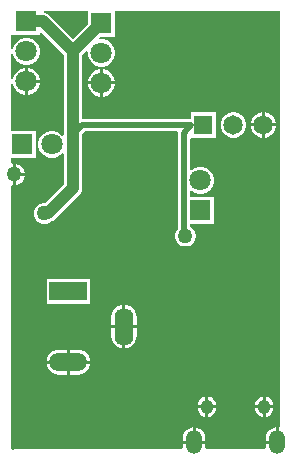
<source format=gbl>
G04*
G04 #@! TF.GenerationSoftware,Altium Limited,Altium Designer,21.2.2 (38)*
G04*
G04 Layer_Physical_Order=2*
G04 Layer_Color=16711680*
%FSLAX25Y25*%
%MOIN*%
G70*
G04*
G04 #@! TF.SameCoordinates,88AEB5F1-5359-4116-BBE0-5A4BCC55C554*
G04*
G04*
G04 #@! TF.FilePolarity,Positive*
G04*
G01*
G75*
G04:AMPARAMS|DCode=33|XSize=125.98mil|YSize=62.99mil|CornerRadius=31.5mil|HoleSize=0mil|Usage=FLASHONLY|Rotation=180.000|XOffset=0mil|YOffset=0mil|HoleType=Round|Shape=RoundedRectangle|*
%AMROUNDEDRECTD33*
21,1,0.12598,0.00000,0,0,180.0*
21,1,0.06299,0.06299,0,0,180.0*
1,1,0.06299,-0.03150,0.00000*
1,1,0.06299,0.03150,0.00000*
1,1,0.06299,0.03150,0.00000*
1,1,0.06299,-0.03150,0.00000*
%
%ADD33ROUNDEDRECTD33*%
%ADD34R,0.12598X0.06299*%
G04:AMPARAMS|DCode=35|XSize=62.99mil|YSize=125.98mil|CornerRadius=31.5mil|HoleSize=0mil|Usage=FLASHONLY|Rotation=180.000|XOffset=0mil|YOffset=0mil|HoleType=Round|Shape=RoundedRectangle|*
%AMROUNDEDRECTD35*
21,1,0.06299,0.06299,0,0,180.0*
21,1,0.00000,0.12598,0,0,180.0*
1,1,0.06299,0.00000,0.03150*
1,1,0.06299,0.00000,0.03150*
1,1,0.06299,0.00000,-0.03150*
1,1,0.06299,0.00000,-0.03150*
%
%ADD35ROUNDEDRECTD35*%
%ADD44C,0.02000*%
%ADD45C,0.04000*%
%ADD46R,0.07087X0.07087*%
%ADD47C,0.07087*%
%ADD48C,0.06496*%
%ADD49R,0.06496X0.06496*%
%ADD50R,0.07087X0.07087*%
%ADD51O,0.05315X0.07874*%
%ADD52O,0.04134X0.04921*%
%ADD53C,0.05000*%
G36*
X27957Y145236D02*
X23000Y140279D01*
X15140Y148140D01*
X14513Y148620D01*
X13783Y148923D01*
X13197Y149000D01*
X13229Y149500D01*
X27957D01*
Y145236D01*
D02*
G37*
G36*
X92000Y149347D02*
Y11140D01*
X91529Y10726D01*
Y5794D01*
X91029D01*
Y5294D01*
X87340D01*
Y4515D01*
X87407Y4000D01*
X86969Y3500D01*
X67431D01*
X66992Y4000D01*
X67060Y4515D01*
Y5294D01*
X63371D01*
X59682D01*
Y4515D01*
X59750Y4000D01*
X59311Y3500D01*
X3500D01*
X3000Y3000D01*
X2500Y3500D01*
Y91234D01*
X2897Y91538D01*
X3000Y91510D01*
Y95000D01*
Y98489D01*
X2897Y98462D01*
X2500Y98766D01*
Y100457D01*
X10543D01*
Y109543D01*
X2500D01*
Y125174D01*
X3000Y125240D01*
X3266Y124246D01*
X3864Y123210D01*
X4710Y122364D01*
X5746Y121766D01*
X6902Y121457D01*
X7000D01*
Y126000D01*
Y130543D01*
X6902D01*
X5746Y130234D01*
X4710Y129636D01*
X3864Y128790D01*
X3266Y127754D01*
X3000Y126760D01*
X2500Y126826D01*
Y135174D01*
X3000Y135240D01*
X3266Y134246D01*
X3864Y133210D01*
X4710Y132364D01*
X5746Y131766D01*
X6902Y131457D01*
X8098D01*
X9254Y131766D01*
X10290Y132364D01*
X11135Y133210D01*
X11734Y134246D01*
X12043Y135402D01*
Y136598D01*
X11734Y137754D01*
X11135Y138790D01*
X10290Y139636D01*
X9254Y140234D01*
X8098Y140543D01*
X6902D01*
X5746Y140234D01*
X4710Y139636D01*
X3864Y138790D01*
X3266Y137754D01*
X3000Y136760D01*
X2500Y136826D01*
Y141352D01*
X2957Y141457D01*
Y141457D01*
X12043D01*
Y142024D01*
X12505Y142216D01*
X19974Y134747D01*
Y108485D01*
Y108158D01*
X19474Y107951D01*
X18790Y108635D01*
X17754Y109234D01*
X16598Y109543D01*
X15402D01*
X14246Y109234D01*
X13210Y108635D01*
X12365Y107790D01*
X11766Y106754D01*
X11457Y105598D01*
Y104402D01*
X11766Y103246D01*
X12365Y102210D01*
X13210Y101365D01*
X14246Y100766D01*
X15402Y100457D01*
X16598D01*
X17754Y100766D01*
X18790Y101365D01*
X19474Y102049D01*
X19974Y101842D01*
Y91687D01*
X13787Y85500D01*
X13039D01*
X12149Y85261D01*
X11351Y84801D01*
X10699Y84149D01*
X10238Y83351D01*
X10000Y82461D01*
Y81539D01*
X10238Y80649D01*
X10699Y79851D01*
X11351Y79199D01*
X12149Y78738D01*
X13039Y78500D01*
X13961D01*
X14851Y78738D01*
X15649Y79199D01*
X15844Y79394D01*
X16270Y79571D01*
X16897Y80052D01*
X25140Y88294D01*
X25140Y88294D01*
X25620Y88921D01*
X25923Y89651D01*
X26026Y90434D01*
Y108627D01*
X26860Y109461D01*
X57569D01*
X57918Y108961D01*
X57917Y108957D01*
Y76867D01*
X57699Y76649D01*
X57239Y75851D01*
X57000Y74961D01*
Y74039D01*
X57239Y73149D01*
X57699Y72351D01*
X58351Y71699D01*
X59149Y71238D01*
X60039Y71000D01*
X60961D01*
X61851Y71238D01*
X62649Y71699D01*
X63301Y72351D01*
X63762Y73149D01*
X64000Y74039D01*
Y74961D01*
X63762Y75851D01*
X63301Y76649D01*
X62649Y77301D01*
X61996Y77678D01*
Y78457D01*
X70043D01*
Y87543D01*
X61996D01*
Y89426D01*
X62458Y89617D01*
X62710Y89364D01*
X63746Y88766D01*
X64902Y88457D01*
X66098D01*
X67254Y88766D01*
X68290Y89364D01*
X69135Y90210D01*
X69734Y91246D01*
X70043Y92402D01*
Y93598D01*
X69734Y94754D01*
X69135Y95790D01*
X68290Y96636D01*
X67254Y97234D01*
X66098Y97543D01*
X64902D01*
X63746Y97234D01*
X62710Y96636D01*
X62458Y96383D01*
X61996Y96574D01*
Y106858D01*
X62252Y107252D01*
X70748D01*
Y115748D01*
X62252D01*
Y113539D01*
X26026D01*
Y134747D01*
X27513Y136233D01*
X27957Y135970D01*
Y134902D01*
X28266Y133746D01*
X28864Y132710D01*
X29710Y131865D01*
X30746Y131266D01*
X31902Y130957D01*
X33098D01*
X34254Y131266D01*
X35290Y131865D01*
X36136Y132710D01*
X36734Y133746D01*
X37043Y134902D01*
Y136098D01*
X36734Y137254D01*
X36136Y138290D01*
X35290Y139136D01*
X34254Y139734D01*
X33098Y140043D01*
X32030D01*
X31767Y140487D01*
X32236Y140957D01*
X37043D01*
Y149500D01*
X91500D01*
X91538Y149538D01*
X92000Y149347D01*
D02*
G37*
%LPC*%
G36*
X8098Y130543D02*
X8000D01*
Y126500D01*
X12043D01*
Y126598D01*
X11734Y127754D01*
X11135Y128790D01*
X10290Y129636D01*
X9254Y130234D01*
X8098Y130543D01*
D02*
G37*
G36*
X33098Y130043D02*
X33000D01*
Y126000D01*
X37043D01*
Y126098D01*
X36734Y127254D01*
X36136Y128290D01*
X35290Y129136D01*
X34254Y129734D01*
X33098Y130043D01*
D02*
G37*
G36*
X32000D02*
X31902D01*
X30746Y129734D01*
X29710Y129136D01*
X28864Y128290D01*
X28266Y127254D01*
X27957Y126098D01*
Y126000D01*
X32000D01*
Y130043D01*
D02*
G37*
G36*
X12043Y125500D02*
X8000D01*
Y121457D01*
X8098D01*
X9254Y121766D01*
X10290Y122364D01*
X11135Y123210D01*
X11734Y124246D01*
X12043Y125402D01*
Y125500D01*
D02*
G37*
G36*
X37043Y125000D02*
X33000D01*
Y120957D01*
X33098D01*
X34254Y121266D01*
X35290Y121864D01*
X36136Y122710D01*
X36734Y123746D01*
X37043Y124902D01*
Y125000D01*
D02*
G37*
G36*
X32000D02*
X27957D01*
Y124902D01*
X28266Y123746D01*
X28864Y122710D01*
X29710Y121864D01*
X30746Y121266D01*
X31902Y120957D01*
X32000D01*
Y125000D01*
D02*
G37*
G36*
X87059Y115748D02*
X87000D01*
Y112000D01*
X90748D01*
Y112059D01*
X90459Y113140D01*
X89899Y114108D01*
X89108Y114899D01*
X88140Y115459D01*
X87059Y115748D01*
D02*
G37*
G36*
X86000D02*
X85941D01*
X84860Y115459D01*
X83892Y114899D01*
X83101Y114108D01*
X82542Y113140D01*
X82252Y112059D01*
Y112000D01*
X86000D01*
Y115748D01*
D02*
G37*
G36*
X90748Y111000D02*
X87000D01*
Y107252D01*
X87059D01*
X88140Y107542D01*
X89108Y108101D01*
X89899Y108892D01*
X90459Y109860D01*
X90748Y110941D01*
Y111000D01*
D02*
G37*
G36*
X86000D02*
X82252D01*
Y110941D01*
X82542Y109860D01*
X83101Y108892D01*
X83892Y108101D01*
X84860Y107542D01*
X85941Y107252D01*
X86000D01*
Y111000D01*
D02*
G37*
G36*
X77059Y115748D02*
X75941D01*
X74860Y115459D01*
X73892Y114899D01*
X73101Y114108D01*
X72541Y113140D01*
X72252Y112059D01*
Y110941D01*
X72541Y109860D01*
X73101Y108892D01*
X73892Y108101D01*
X74860Y107542D01*
X75941Y107252D01*
X77059D01*
X78140Y107542D01*
X79108Y108101D01*
X79899Y108892D01*
X80458Y109860D01*
X80748Y110941D01*
Y112059D01*
X80458Y113140D01*
X79899Y114108D01*
X79108Y114899D01*
X78140Y115459D01*
X77059Y115748D01*
D02*
G37*
G36*
X4000Y98489D02*
Y95500D01*
X6989D01*
X6762Y96351D01*
X6301Y97149D01*
X5649Y97801D01*
X4851Y98261D01*
X4000Y98489D01*
D02*
G37*
G36*
X6989Y94500D02*
X4000D01*
Y91510D01*
X4851Y91738D01*
X5649Y92199D01*
X6301Y92851D01*
X6762Y93649D01*
X6989Y94500D01*
D02*
G37*
G36*
X28799Y60240D02*
X14201D01*
Y51941D01*
X28799D01*
Y60240D01*
D02*
G37*
G36*
X40504Y51549D02*
Y44780D01*
X44189D01*
Y47429D01*
X44047Y48512D01*
X43629Y49522D01*
X42963Y50389D01*
X42097Y51054D01*
X41087Y51472D01*
X40504Y51549D01*
D02*
G37*
G36*
X39504D02*
X38921Y51472D01*
X37911Y51054D01*
X37044Y50389D01*
X36379Y49522D01*
X35961Y48512D01*
X35818Y47429D01*
Y44780D01*
X39504D01*
Y51549D01*
D02*
G37*
G36*
X44189Y43780D02*
X40504D01*
Y37010D01*
X41087Y37087D01*
X42097Y37505D01*
X42963Y38170D01*
X43629Y39037D01*
X44047Y40047D01*
X44189Y41130D01*
Y43780D01*
D02*
G37*
G36*
X39504D02*
X35818D01*
Y41130D01*
X35961Y40047D01*
X36379Y39037D01*
X37044Y38170D01*
X37911Y37505D01*
X38921Y37087D01*
X39504Y37010D01*
Y43780D01*
D02*
G37*
G36*
X24650Y36654D02*
X22000D01*
Y32969D01*
X28769D01*
X28692Y33552D01*
X28274Y34561D01*
X27609Y35428D01*
X26742Y36093D01*
X25733Y36511D01*
X24650Y36654D01*
D02*
G37*
G36*
X21000D02*
X18350D01*
X17267Y36511D01*
X16258Y36093D01*
X15391Y35428D01*
X14726Y34561D01*
X14308Y33552D01*
X14231Y32969D01*
X21000D01*
Y36654D01*
D02*
G37*
G36*
X28769Y31969D02*
X22000D01*
Y28283D01*
X24650D01*
X25733Y28426D01*
X26742Y28844D01*
X27609Y29509D01*
X28274Y30376D01*
X28692Y31385D01*
X28769Y31969D01*
D02*
G37*
G36*
X21000D02*
X14231D01*
X14308Y31385D01*
X14726Y30376D01*
X15391Y29509D01*
X16258Y28844D01*
X17267Y28426D01*
X18350Y28283D01*
X21000D01*
Y31969D01*
D02*
G37*
G36*
X87247Y21027D02*
Y18105D01*
X89827D01*
X89735Y18800D01*
X89426Y19546D01*
X88935Y20187D01*
X88294Y20678D01*
X87548Y20987D01*
X87247Y21027D01*
D02*
G37*
G36*
X68153D02*
Y18105D01*
X70732D01*
X70641Y18800D01*
X70332Y19546D01*
X69840Y20187D01*
X69200Y20678D01*
X68453Y20987D01*
X68153Y21027D01*
D02*
G37*
G36*
X86247D02*
X85947Y20987D01*
X85201Y20678D01*
X84560Y20187D01*
X84068Y19546D01*
X83759Y18800D01*
X83668Y18105D01*
X86247D01*
Y21027D01*
D02*
G37*
G36*
X67153D02*
X66852Y20987D01*
X66106Y20678D01*
X65465Y20187D01*
X64974Y19546D01*
X64665Y18800D01*
X64573Y18105D01*
X67153D01*
Y21027D01*
D02*
G37*
G36*
X89827Y17106D02*
X87247D01*
Y14184D01*
X87548Y14224D01*
X88294Y14533D01*
X88935Y15024D01*
X89426Y15665D01*
X89735Y16411D01*
X89827Y17106D01*
D02*
G37*
G36*
X70732D02*
X68153D01*
Y14184D01*
X68453Y14224D01*
X69200Y14533D01*
X69840Y15024D01*
X70332Y15665D01*
X70641Y16411D01*
X70732Y17106D01*
D02*
G37*
G36*
X86247D02*
X83668D01*
X83759Y16411D01*
X84068Y15665D01*
X84560Y15024D01*
X85201Y14533D01*
X85947Y14224D01*
X86247Y14184D01*
Y17106D01*
D02*
G37*
G36*
X67153D02*
X64573D01*
X64665Y16411D01*
X64974Y15665D01*
X65465Y15024D01*
X66106Y14533D01*
X66852Y14224D01*
X67153Y14184D01*
Y17106D01*
D02*
G37*
G36*
X63871Y10697D02*
Y6295D01*
X67060D01*
Y7074D01*
X66935Y8029D01*
X66566Y8918D01*
X65980Y9683D01*
X65216Y10269D01*
X64326Y10637D01*
X63871Y10697D01*
D02*
G37*
G36*
X62871D02*
X62416Y10637D01*
X61527Y10269D01*
X60763Y9683D01*
X60176Y8918D01*
X59808Y8029D01*
X59682Y7074D01*
Y6295D01*
X62871D01*
Y10697D01*
D02*
G37*
G36*
X90529D02*
X90074Y10637D01*
X89184Y10269D01*
X88420Y9683D01*
X87834Y8918D01*
X87465Y8029D01*
X87340Y7074D01*
Y6295D01*
X90529D01*
Y10697D01*
D02*
G37*
%LPD*%
D33*
X21500Y32469D02*
D03*
D34*
Y56090D02*
D03*
D35*
X40004Y44280D02*
D03*
D44*
X23000Y108485D02*
X26015Y111500D01*
X62500D01*
X59957Y108957D02*
X62500Y111500D01*
X59957Y75043D02*
Y108957D01*
Y75043D02*
X60500Y74500D01*
D45*
X7500Y146000D02*
X13000D01*
X23000Y136000D01*
X13691Y82191D02*
X14757D01*
X23000Y90434D02*
Y108485D01*
Y136000D02*
X32500Y145500D01*
X23000Y108485D02*
Y136000D01*
X13500Y82000D02*
X13691Y82191D01*
X14757D02*
X23000Y90434D01*
D46*
X65500Y83000D02*
D03*
X32500Y145500D02*
D03*
X7500Y146000D02*
D03*
D47*
X65500Y93000D02*
D03*
X32500Y135500D02*
D03*
Y125500D02*
D03*
X7500Y136000D02*
D03*
Y126000D02*
D03*
X16000Y105000D02*
D03*
D48*
X86500Y111500D02*
D03*
X76500D02*
D03*
D49*
X66500D02*
D03*
D50*
X6000Y105000D02*
D03*
D51*
X91029Y5794D02*
D03*
X63371D02*
D03*
D52*
X86747Y17605D02*
D03*
X67653D02*
D03*
D53*
X60500Y74500D02*
D03*
X13500Y82000D02*
D03*
X3500Y95000D02*
D03*
M02*

</source>
